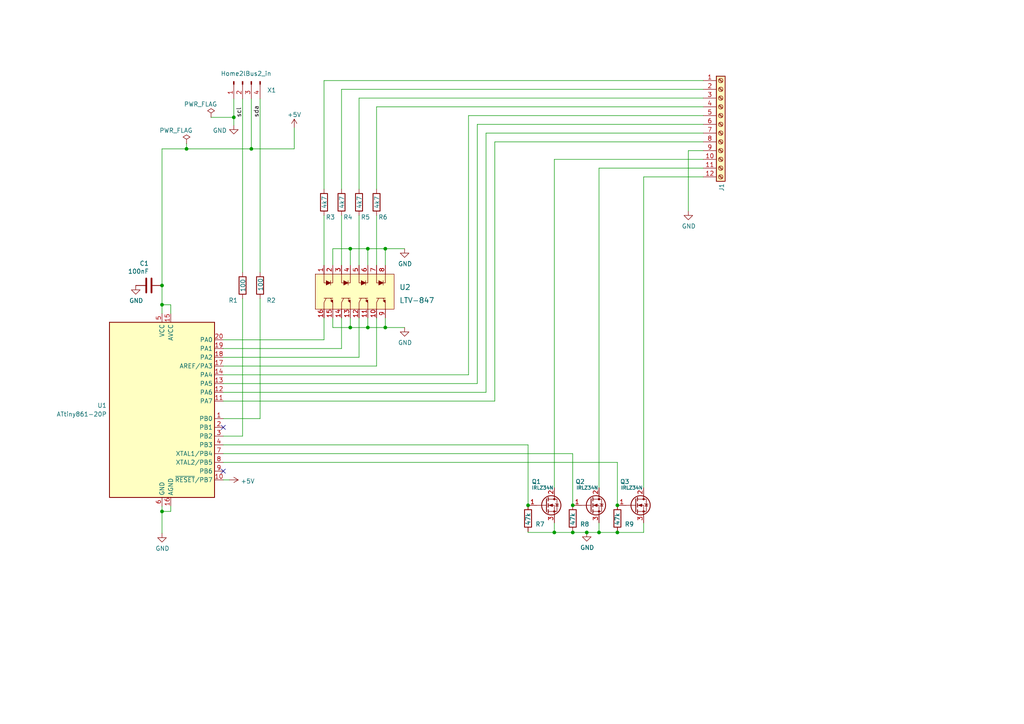
<source format=kicad_sch>
(kicad_sch (version 20231120) (generator "eeschema") (generator_version "8.0")
  (paper "A4")
  (title_block (title "home2l MiniLight") (date "2022-07-31") (rev "1.2") (company "axel.rau@chaos1.de") (comment 1 "Design based on https://github.com/gkiefer/home2l/tree/master/brownies/circuits") (comment 2 "The home2l Project: https://github.com/gkiefer/home2l") (comment 3 "This project: https://github.com/mc3/home2l") (comment 4 "Tiny Room Light Control Board suited for Spelsberg connection box Q 4-L (33490401)"))
  (lib_symbols
    (symbol "Connector:Conn_01x04_Male" (pin_names (offset 1.016) hide)
      (property "Reference" "J" (at 0 5.08 0))
      (property "Value" "Conn_01x04_Male" (at 0 -7.62 0))
      (symbol "Conn_01x04_Male_1_1"
        (polyline (pts (xy 1.27 -5.08) (xy 0.8636 -5.08)) (stroke (width 0.1524)))
        (polyline (pts (xy 1.27 -2.54) (xy 0.8636 -2.54)) (stroke (width 0.1524)))
        (polyline (pts (xy 1.27 0) (xy 0.8636 0)) (stroke (width 0.1524)))
        (polyline (pts (xy 1.27 2.54) (xy 0.8636 2.54)) (stroke (width 0.1524)))
        (rectangle (start 0.8636 -4.953) (end 0 -5.207) (stroke (width 0.1524)) (fill (type outline)))
        (rectangle (start 0.8636 -2.413) (end 0 -2.667) (stroke (width 0.1524)) (fill (type outline)))
        (rectangle (start 0.8636 0.127) (end 0 -0.127) (stroke (width 0.1524)) (fill (type outline)))
        (rectangle (start 0.8636 2.667) (end 0 2.413) (stroke (width 0.1524)) (fill (type outline)))
        (pin passive line (at 5.08 2.54 180) (length 3.81) (name "Pin_1") (number "1"))
        (pin passive line (at 5.08 0 180) (length 3.81) (name "Pin_2") (number "2"))
        (pin passive line (at 5.08 -2.54 180) (length 3.81) (name "Pin_3") (number "3"))
        (pin passive line (at 5.08 -5.08 180) (length 3.81) (name "Pin_4") (number "4"))
      )
    )
    (symbol "Connector:Screw_Terminal_01x12" (pin_names (offset 1.016) hide)
      (property "Reference" "J" (at 0 15.24 0))
      (property "Value" "Screw_Terminal_01x12" (at 0 -17.78 0))
      (symbol "Screw_Terminal_01x12_1_1"
        (rectangle (start -1.27 13.97) (end 1.27 -16.51) (stroke (width 0.254)) (fill (type background)))
        (circle (center 0 -15.24) (radius 0.635) (stroke (width 0.1524)))
        (circle (center 0 -12.7) (radius 0.635) (stroke (width 0.1524)))
        (circle (center 0 -10.16) (radius 0.635) (stroke (width 0.1524)))
        (circle (center 0 -7.62) (radius 0.635) (stroke (width 0.1524)))
        (circle (center 0 -5.08) (radius 0.635) (stroke (width 0.1524)))
        (circle (center 0 -2.54) (radius 0.635) (stroke (width 0.1524)))
        (polyline (pts (xy -0.5334 -14.9098) (xy 0.3302 -15.748)) (stroke (width 0.1524)))
        (polyline (pts (xy -0.5334 -12.3698) (xy 0.3302 -13.208)) (stroke (width 0.1524)))
        (polyline (pts (xy -0.5334 -9.8298) (xy 0.3302 -10.668)) (stroke (width 0.1524)))
        (polyline (pts (xy -0.5334 -7.2898) (xy 0.3302 -8.128)) (stroke (width 0.1524)))
        (polyline (pts (xy -0.5334 -4.7498) (xy 0.3302 -5.588)) (stroke (width 0.1524)))
        (polyline (pts (xy -0.5334 -2.2098) (xy 0.3302 -3.048)) (stroke (width 0.1524)))
        (polyline (pts (xy -0.5334 0.3302) (xy 0.3302 -0.508)) (stroke (width 0.1524)))
        (polyline (pts (xy -0.5334 2.8702) (xy 0.3302 2.032)) (stroke (width 0.1524)))
        (polyline (pts (xy -0.5334 5.4102) (xy 0.3302 4.572)) (stroke (width 0.1524)))
        (polyline (pts (xy -0.5334 7.9502) (xy 0.3302 7.112)) (stroke (width 0.1524)))
        (polyline (pts (xy -0.5334 10.4902) (xy 0.3302 9.652)) (stroke (width 0.1524)))
        (polyline (pts (xy -0.5334 13.0302) (xy 0.3302 12.192)) (stroke (width 0.1524)))
        (polyline (pts (xy -0.3556 -14.732) (xy 0.508 -15.5702)) (stroke (width 0.1524)))
        (polyline (pts (xy -0.3556 -12.192) (xy 0.508 -13.0302)) (stroke (width 0.1524)))
        (polyline (pts (xy -0.3556 -9.652) (xy 0.508 -10.4902)) (stroke (width 0.1524)))
        (polyline (pts (xy -0.3556 -7.112) (xy 0.508 -7.9502)) (stroke (width 0.1524)))
        (polyline (pts (xy -0.3556 -4.572) (xy 0.508 -5.4102)) (stroke (width 0.1524)))
        (polyline (pts (xy -0.3556 -2.032) (xy 0.508 -2.8702)) (stroke (width 0.1524)))
        (polyline (pts (xy -0.3556 0.508) (xy 0.508 -0.3302)) (stroke (width 0.1524)))
        (polyline (pts (xy -0.3556 3.048) (xy 0.508 2.2098)) (stroke (width 0.1524)))
        (polyline (pts (xy -0.3556 5.588) (xy 0.508 4.7498)) (stroke (width 0.1524)))
        (polyline (pts (xy -0.3556 8.128) (xy 0.508 7.2898)) (stroke (width 0.1524)))
        (polyline (pts (xy -0.3556 10.668) (xy 0.508 9.8298)) (stroke (width 0.1524)))
        (polyline (pts (xy -0.3556 13.208) (xy 0.508 12.3698)) (stroke (width 0.1524)))
        (circle (center 0 0) (radius 0.635) (stroke (width 0.1524)))
        (circle (center 0 2.54) (radius 0.635) (stroke (width 0.1524)))
        (circle (center 0 5.08) (radius 0.635) (stroke (width 0.1524)))
        (circle (center 0 7.62) (radius 0.635) (stroke (width 0.1524)))
        (circle (center 0 10.16) (radius 0.635) (stroke (width 0.1524)))
        (circle (center 0 12.7) (radius 0.635) (stroke (width 0.1524)))
        (pin passive line (at -5.08 12.7 0) (length 3.81) (name "Pin_1") (number "1"))
        (pin passive line (at -5.08 -10.16 0) (length 3.81) (name "Pin_10") (number "10"))
        (pin passive line (at -5.08 -12.7 0) (length 3.81) (name "Pin_11") (number "11"))
        (pin passive line (at -5.08 -15.24 0) (length 3.81) (name "Pin_12") (number "12"))
        (pin passive line (at -5.08 10.16 0) (length 3.81) (name "Pin_2") (number "2"))
        (pin passive line (at -5.08 7.62 0) (length 3.81) (name "Pin_3") (number "3"))
        (pin passive line (at -5.08 5.08 0) (length 3.81) (name "Pin_4") (number "4"))
        (pin passive line (at -5.08 2.54 0) (length 3.81) (name "Pin_5") (number "5"))
        (pin passive line (at -5.08 0 0) (length 3.81) (name "Pin_6") (number "6"))
        (pin passive line (at -5.08 -2.54 0) (length 3.81) (name "Pin_7") (number "7"))
        (pin passive line (at -5.08 -5.08 0) (length 3.81) (name "Pin_8") (number "8"))
        (pin passive line (at -5.08 -7.62 0) (length 3.81) (name "Pin_9") (number "9"))
      )
    )
    (symbol "Device:C" (pin_numbers hide) (pin_names (offset 0.254))
      (property "Reference" "C" (at 0.635 2.54 0))
      (property "Value" "C" (at 0.635 -2.54 0))
      (symbol "C_0_1"
        (polyline (pts (xy -2.032 -0.762) (xy 2.032 -0.762)) (stroke (width 0.508)))
        (polyline (pts (xy -2.032 0.762) (xy 2.032 0.762)) (stroke (width 0.508)))
      )
      (symbol "C_1_1"
        (pin passive line (at 0 3.81 270) (length 2.794) (name "~") (number "1"))
        (pin passive line (at 0 -3.81 90) (length 2.794) (name "~") (number "2"))
      )
    )
    (symbol "Device:R" (pin_numbers hide) (pin_names (offset 0))
      (property "Reference" "R" (at 2.032 0 90))
      (property "Value" "R" (at 0 0 90))
      (symbol "R_0_1"
        (rectangle (start -1.016 -2.54) (end 1.016 2.54) (stroke (width 0.254)))
      )
      (symbol "R_1_1"
        (pin passive line (at 0 3.81 270) (length 1.27) (name "~") (number "1"))
        (pin passive line (at 0 -3.81 90) (length 1.27) (name "~") (number "2"))
      )
    )
    (symbol "MCU_Microchip_ATtiny:ATtiny861-20P"
      (property "Reference" "U" (at -15.24 26.67 0))
      (property "Value" "ATtiny861-20P" (at 5.08 -26.67 0))
      (symbol "ATtiny861-20P_0_1"
        (rectangle (start -15.24 -25.4) (end 15.24 25.4) (stroke (width 0.254)) (fill (type background)))
      )
      (symbol "ATtiny861-20P_1_1"
        (pin bidirectional line (at 17.78 -2.54 180) (length 2.54) (name "PB0") (number "1"))
        (pin bidirectional line (at 17.78 -20.32 180) (length 2.54) (name "~{RESET}/PB7") (number "10"))
        (pin bidirectional line (at 17.78 2.54 180) (length 2.54) (name "PA7") (number "11"))
        (pin bidirectional line (at 17.78 5.08 180) (length 2.54) (name "PA6") (number "12"))
        (pin bidirectional line (at 17.78 7.62 180) (length 2.54) (name "PA5") (number "13"))
        (pin bidirectional line (at 17.78 10.16 180) (length 2.54) (name "PA4") (number "14"))
        (pin power_in line (at 2.54 27.94 270) (length 2.54) (name "AVCC") (number "15"))
        (pin power_in line (at 2.54 -27.94 90) (length 2.54) (name "AGND") (number "16"))
        (pin bidirectional line (at 17.78 12.7 180) (length 2.54) (name "AREF/PA3") (number "17"))
        (pin bidirectional line (at 17.78 15.24 180) (length 2.54) (name "PA2") (number "18"))
        (pin bidirectional line (at 17.78 17.78 180) (length 2.54) (name "PA1") (number "19"))
        (pin bidirectional line (at 17.78 -5.08 180) (length 2.54) (name "PB1") (number "2"))
        (pin bidirectional line (at 17.78 20.32 180) (length 2.54) (name "PA0") (number "20"))
        (pin bidirectional line (at 17.78 -7.62 180) (length 2.54) (name "PB2") (number "3"))
        (pin bidirectional line (at 17.78 -10.16 180) (length 2.54) (name "PB3") (number "4"))
        (pin power_in line (at 0 27.94 270) (length 2.54) (name "VCC") (number "5"))
        (pin power_in line (at 0 -27.94 90) (length 2.54) (name "GND") (number "6"))
        (pin bidirectional line (at 17.78 -12.7 180) (length 2.54) (name "XTAL1/PB4") (number "7"))
        (pin bidirectional line (at 17.78 -15.24 180) (length 2.54) (name "XTAL2/PB5") (number "8"))
        (pin bidirectional line (at 17.78 -17.78 180) (length 2.54) (name "PB6") (number "9"))
      )
    )
    (symbol "Transistor_FET:IRLZ34N" (pin_names hide)
      (property "Reference" "Q" (at 6.35 1.905 0))
      (property "Value" "IRLZ34N" (at 6.35 0 0))
      (symbol "IRLZ34N_0_1"
        (polyline (pts (xy 0.254 0) (xy -2.54 0)))
        (polyline (pts (xy 0.254 1.905) (xy 0.254 -1.905)) (stroke (width 0.254)))
        (polyline (pts (xy 0.762 -1.27) (xy 0.762 -2.286)) (stroke (width 0.254)))
        (polyline (pts (xy 0.762 0.508) (xy 0.762 -0.508)) (stroke (width 0.254)))
        (polyline (pts (xy 0.762 2.286) (xy 0.762 1.27)) (stroke (width 0.254)))
        (polyline (pts (xy 2.54 2.54) (xy 2.54 1.778)))
        (polyline (pts (xy 2.54 -2.54) (xy 2.54 0) (xy 0.762 0)))
        (polyline (pts (xy 0.762 -1.778) (xy 3.302 -1.778) (xy 3.302 1.778) (xy 0.762 1.778)))
        (polyline (pts (xy 1.016 0) (xy 2.032 0.381) (xy 2.032 -0.381) (xy 1.016 0)) (fill (type outline)))
        (polyline (pts (xy 2.794 0.508) (xy 2.921 0.381) (xy 3.683 0.381) (xy 3.81 0.254)))
        (polyline (pts (xy 3.302 0.381) (xy 2.921 -0.254) (xy 3.683 -0.254) (xy 3.302 0.381)))
        (circle (center 1.651 0) (radius 2.794) (stroke (width 0.254)))
        (circle (center 2.54 -1.778) (radius 0.254) (fill (type outline)))
        (circle (center 2.54 1.778) (radius 0.254) (fill (type outline)))
      )
      (symbol "IRLZ34N_1_1"
        (pin input line (at -5.08 0 0) (length 2.54) (name "G") (number "1"))
        (pin passive line (at 2.54 5.08 270) (length 2.54) (name "D") (number "2"))
        (pin passive line (at 2.54 -5.08 90) (length 2.54) (name "S") (number "3"))
      )
    )
    (symbol "dk_Optoisolators-Transistor-Photovoltaic-Output:LTV-847" (pin_names (offset 1.016))
      (property "Reference" "U" (at 0 11.43 0))
      (property "Value" "LTV-847" (at 0 -14.605 0))
      (symbol "LTV-847_0_1"
        (rectangle (start -5.08 10.16) (end 5.08 -12.7) (fill (type background)))
        (polyline (pts (xy -3.175 -9.525) (xy -1.905 -9.525)))
        (polyline (pts (xy -3.175 -4.445) (xy -1.905 -4.445)))
        (polyline (pts (xy -3.175 0.635) (xy -1.905 0.635)))
        (polyline (pts (xy -3.175 5.715) (xy -1.905 5.715)))
        (polyline (pts (xy 1.905 -7.62) (xy 1.905 -10.16)))
        (polyline (pts (xy 1.905 -2.54) (xy 1.905 -5.08)))
        (polyline (pts (xy 1.905 2.54) (xy 1.905 0)))
        (polyline (pts (xy 1.905 7.62) (xy 1.905 5.08)))
        (polyline (pts (xy -5.08 -10.16) (xy -2.54 -10.16) (xy -2.54 -9.525)))
        (polyline (pts (xy -5.08 -7.62) (xy -2.54 -7.62) (xy -2.54 -8.255)))
        (polyline (pts (xy -5.08 -5.08) (xy -2.54 -5.08) (xy -2.54 -4.445)))
        (polyline (pts (xy -5.08 -2.54) (xy -2.54 -2.54) (xy -2.54 -3.175)))
        (polyline (pts (xy -5.08 0) (xy -2.54 0) (xy -2.54 0.635)))
        (polyline (pts (xy -5.08 2.54) (xy -2.54 2.54) (xy -2.54 1.905)))
        (polyline (pts (xy -5.08 5.08) (xy -2.54 5.08) (xy -2.54 5.715)))
        (polyline (pts (xy -5.08 7.62) (xy -2.54 7.62) (xy -2.54 6.985)))
        (polyline (pts (xy 1.905 -9.525) (xy 3.175 -10.16) (xy 5.08 -10.16)))
        (polyline (pts (xy 1.905 -8.255) (xy 3.175 -7.62) (xy 5.08 -7.62)))
        (polyline (pts (xy 1.905 -4.445) (xy 3.175 -5.08) (xy 5.08 -5.08)))
        (polyline (pts (xy 1.905 -3.175) (xy 3.175 -2.54) (xy 5.08 -2.54)))
        (polyline (pts (xy 1.905 0.635) (xy 3.175 0) (xy 5.08 0)))
        (polyline (pts (xy 1.905 1.905) (xy 3.175 2.54) (xy 5.08 2.54)))
        (polyline (pts (xy 1.905 5.715) (xy 3.175 5.08) (xy 5.08 5.08)))
        (polyline (pts (xy 1.905 6.985) (xy 3.175 7.62) (xy 5.08 7.62)))
        (polyline (pts (xy -3.175 -8.255) (xy -1.905 -8.255) (xy -2.54 -9.525) (xy -3.175 -8.255)) (fill (type outline)))
        (polyline (pts (xy -3.175 -3.175) (xy -1.905 -3.175) (xy -2.54 -4.445) (xy -3.175 -3.175)) (fill (type outline)))
        (polyline (pts (xy -3.175 1.905) (xy -1.905 1.905) (xy -2.54 0.635) (xy -3.175 1.905)) (fill (type outline)))
        (polyline (pts (xy -3.175 6.985) (xy -1.905 6.985) (xy -2.54 5.715) (xy -3.175 6.985)) (fill (type outline)))
        (polyline (pts (xy 3.175 -10.16) (xy 2.667 -9.525) (xy 2.413 -10.16) (xy 3.175 -10.16)) (fill (type outline)))
        (polyline (pts (xy 3.175 -5.08) (xy 2.667 -4.445) (xy 2.413 -5.08) (xy 3.175 -5.08)) (fill (type outline)))
        (polyline (pts (xy 3.175 0) (xy 2.667 0.635) (xy 2.413 0) (xy 3.175 0)) (fill (type outline)))
        (polyline (pts (xy 3.175 5.08) (xy 2.667 5.715) (xy 2.413 5.08) (xy 3.175 5.08)) (fill (type outline)))
      )
      (symbol "LTV-847_1_1"
        (pin passive line (at -7.62 7.62 0) (length 2.54) (name "~") (number "1"))
        (pin passive line (at 7.62 -7.62 180) (length 2.54) (name "~") (number "10"))
        (pin passive line (at 7.62 -5.08 180) (length 2.54) (name "~") (number "11"))
        (pin passive line (at 7.62 -2.54 180) (length 2.54) (name "~") (number "12"))
        (pin passive line (at 7.62 0 180) (length 2.54) (name "~") (number "13"))
        (pin passive line (at 7.62 2.54 180) (length 2.54) (name "~") (number "14"))
        (pin passive line (at 7.62 5.08 180) (length 2.54) (name "~") (number "15"))
        (pin passive line (at 7.62 7.62 180) (length 2.54) (name "~") (number "16"))
        (pin passive line (at -7.62 5.08 0) (length 2.54) (name "~") (number "2"))
        (pin passive line (at -7.62 2.54 0) (length 2.54) (name "~") (number "3"))
        (pin passive line (at -7.62 0 0) (length 2.54) (name "~") (number "4"))
        (pin passive line (at -7.62 -2.54 0) (length 2.54) (name "~") (number "5"))
        (pin passive line (at -7.62 -5.08 0) (length 2.54) (name "~") (number "6"))
        (pin passive line (at -7.62 -7.62 0) (length 2.54) (name "~") (number "7"))
        (pin passive line (at -7.62 -10.16 0) (length 2.54) (name "~") (number "8"))
        (pin passive line (at 7.62 -10.16 180) (length 2.54) (name "~") (number "9"))
      )
    )
    (symbol "power:+5V" (power) (pin_names (offset 0))
      (property "Value" "+5V" (at 0 3.556 0))
      (symbol "+5V_0_1"
        (polyline (pts (xy -0.762 1.27) (xy 0 2.54)))
        (polyline (pts (xy 0 0) (xy 0 2.54)))
        (polyline (pts (xy 0 2.54) (xy 0.762 1.27)))
      )
      (symbol "+5V_1_1"
        (pin power_in line (at 0 0 90) (length 0) hide (name "+5V") (number "1"))
      )
    )
    (symbol "power:GND" (power) (pin_names (offset 0))
      (property "Value" "GND" (at 0 -3.81 0))
      (symbol "GND_0_1"
        (polyline (pts (xy 0 0) (xy 0 -1.27) (xy 1.27 -1.27) (xy 0 -2.54) (xy -1.27 -1.27) (xy 0 -1.27)))
      )
      (symbol "GND_1_1"
        (pin power_in line (at 0 0 270) (length 0) hide (name "GND") (number "1"))
      )
    )
    (symbol "power:PWR_FLAG" (power) (pin_numbers hide) (pin_names (offset 0) hide)
      (property "Value" "PWR_FLAG" (at 0 3.81 0))
      (symbol "PWR_FLAG_0_0"
        (pin power_out line (at 0 0 90) (length 0) (name "pwr") (number "1"))
      )
      (symbol "PWR_FLAG_0_1"
        (polyline (pts (xy 0 0) (xy 0 1.27) (xy -1.016 1.905) (xy 0 2.54) (xy 1.016 1.905) (xy 0 1.27)))
      )
    )
  )
  (junction (at 179.07 154.432))
  (junction (at 72.898 43.18))
  (junction (at 166.116 154.432))
  (junction (at 46.99 82.804))
  (junction (at 101.6 72.136))
  (junction (at 46.99 148.336))
  (junction (at 166.116 146.558))
  (junction (at 153.162 146.558))
  (junction (at 111.76 94.996))
  (junction (at 46.99 88.392))
  (junction (at 160.782 154.432))
  (junction (at 111.76 72.136))
  (junction (at 179.07 146.558))
  (junction (at 170.18 154.432))
  (junction (at 101.6 94.996))
  (junction (at 173.736 154.432))
  (junction (at 106.68 94.996))
  (junction (at 67.818 34.036))
  (junction (at 54.102 43.18))
  (junction (at 106.68 72.136))
  (no_connect (at 64.77 123.952))
  (no_connect (at 64.77 136.652))
  (wire (pts (xy 99.06 62.484) (xy 99.06 76.962)))
  (wire (pts (xy 173.736 154.432) (xy 179.07 154.432)))
  (wire (pts (xy 99.06 101.092) (xy 99.06 92.202)))
  (wire (pts (xy 203.962 41.148) (xy 143.51 41.148)))
  (wire (pts (xy 67.818 28.702) (xy 67.818 34.036)))
  (wire (pts (xy 72.898 28.702) (xy 72.898 43.18)))
  (wire (pts (xy 64.77 126.492) (xy 70.358 126.492)))
  (wire (pts (xy 203.962 33.528) (xy 135.89 33.528)))
  (wire (pts (xy 140.97 38.608) (xy 140.97 113.792)))
  (wire (pts (xy 93.98 76.962) (xy 93.98 62.484)))
  (wire (pts (xy 186.69 51.308) (xy 203.962 51.308)))
  (wire (pts (xy 111.76 72.136) (xy 111.76 76.962)))
  (wire (pts (xy 54.102 43.18) (xy 72.898 43.18)))
  (wire (pts (xy 85.344 43.18) (xy 85.344 37.084)))
  (wire (pts (xy 143.51 41.148) (xy 143.51 116.332)))
  (wire (pts (xy 179.07 154.432) (xy 186.69 154.432)))
  (wire (pts (xy 203.962 38.608) (xy 140.97 38.608)))
  (wire (pts (xy 186.69 141.478) (xy 186.69 51.308)))
  (wire (pts (xy 166.116 131.572) (xy 166.116 146.558)))
  (wire (pts (xy 166.116 154.432) (xy 170.18 154.432)))
  (wire (pts (xy 106.68 72.136) (xy 106.68 76.962)))
  (wire (pts (xy 104.14 62.484) (xy 104.14 76.962)))
  (wire (pts (xy 160.782 151.638) (xy 160.782 154.432)))
  (wire (pts (xy 64.77 103.632) (xy 104.14 103.632)))
  (wire (pts (xy 160.782 46.228) (xy 160.782 141.478)))
  (wire (pts (xy 109.22 30.988) (xy 109.22 54.864)))
  (wire (pts (xy 153.162 154.432) (xy 153.162 154.178)))
  (wire (pts (xy 203.962 30.988) (xy 109.22 30.988)))
  (wire (pts (xy 64.77 108.712) (xy 135.89 108.712)))
  (wire (pts (xy 179.07 134.112) (xy 179.07 146.558)))
  (wire (pts (xy 75.438 121.412) (xy 64.77 121.412)))
  (wire (pts (xy 54.102 43.18) (xy 54.102 41.656)))
  (wire (pts (xy 72.898 43.18) (xy 85.344 43.18)))
  (wire (pts (xy 46.99 146.812) (xy 46.99 148.336)))
  (wire (pts (xy 153.162 129.032) (xy 153.162 146.558)))
  (wire (pts (xy 61.214 34.036) (xy 67.818 34.036)))
  (wire (pts (xy 135.89 33.528) (xy 135.89 108.712)))
  (wire (pts (xy 66.548 139.192) (xy 64.77 139.192)))
  (wire (pts (xy 93.98 98.552) (xy 93.98 92.202)))
  (wire (pts (xy 117.348 94.996) (xy 111.76 94.996)))
  (wire (pts (xy 173.736 48.768) (xy 203.962 48.768)))
  (wire (pts (xy 49.53 90.932) (xy 49.53 88.392)))
  (wire (pts (xy 64.77 106.172) (xy 109.22 106.172)))
  (wire (pts (xy 101.6 72.136) (xy 106.68 72.136)))
  (wire (pts (xy 93.98 23.368) (xy 93.98 54.864)))
  (wire (pts (xy 46.99 43.18) (xy 54.102 43.18)))
  (wire (pts (xy 46.99 82.804) (xy 46.99 88.392)))
  (wire (pts (xy 101.6 94.996) (xy 96.52 94.996)))
  (wire (pts (xy 173.736 141.478) (xy 173.736 48.768)))
  (wire (pts (xy 109.22 62.484) (xy 109.22 76.962)))
  (wire (pts (xy 138.43 36.068) (xy 138.43 111.252)))
  (wire (pts (xy 203.962 36.068) (xy 138.43 36.068)))
  (wire (pts (xy 111.76 72.136) (xy 117.348 72.136)))
  (wire (pts (xy 199.644 61.214) (xy 199.644 43.688)))
  (wire (pts (xy 104.14 28.448) (xy 104.14 54.864)))
  (wire (pts (xy 106.68 92.202) (xy 106.68 94.996)))
  (wire (pts (xy 64.77 129.032) (xy 153.162 129.032)))
  (wire (pts (xy 170.18 154.432) (xy 173.736 154.432)))
  (wire (pts (xy 75.438 86.614) (xy 75.438 121.412)))
  (wire (pts (xy 64.77 131.572) (xy 166.116 131.572)))
  (wire (pts (xy 199.644 43.688) (xy 203.962 43.688)))
  (wire (pts (xy 106.68 72.136) (xy 111.76 72.136)))
  (wire (pts (xy 104.14 103.632) (xy 104.14 92.202)))
  (wire (pts (xy 153.162 154.432) (xy 160.782 154.432)))
  (wire (pts (xy 203.962 46.228) (xy 160.782 46.228)))
  (wire (pts (xy 111.76 92.202) (xy 111.76 94.996)))
  (wire (pts (xy 64.77 111.252) (xy 138.43 111.252)))
  (wire (pts (xy 64.77 134.112) (xy 179.07 134.112)))
  (wire (pts (xy 179.07 154.432) (xy 179.07 154.178)))
  (wire (pts (xy 75.438 28.702) (xy 75.438 78.994)))
  (wire (pts (xy 46.99 88.392) (xy 46.99 90.932)))
  (wire (pts (xy 46.99 148.336) (xy 46.99 154.686)))
  (wire (pts (xy 67.818 34.036) (xy 67.818 36.322)))
  (wire (pts (xy 101.6 72.136) (xy 101.6 76.962)))
  (wire (pts (xy 99.06 25.908) (xy 99.06 54.864)))
  (wire (pts (xy 109.22 106.172) (xy 109.22 92.202)))
  (wire (pts (xy 46.99 43.18) (xy 46.99 82.804)))
  (wire (pts (xy 166.116 154.178) (xy 166.116 154.432)))
  (wire (pts (xy 106.68 94.996) (xy 101.6 94.996)))
  (wire (pts (xy 96.52 76.962) (xy 96.52 72.136)))
  (wire (pts (xy 203.962 28.448) (xy 104.14 28.448)))
  (wire (pts (xy 70.358 28.702) (xy 70.358 78.994)))
  (wire (pts (xy 96.52 94.996) (xy 96.52 92.202)))
  (wire (pts (xy 203.962 25.908) (xy 99.06 25.908)))
  (wire (pts (xy 64.77 101.092) (xy 99.06 101.092)))
  (wire (pts (xy 64.77 113.792) (xy 140.97 113.792)))
  (wire (pts (xy 70.358 86.614) (xy 70.358 126.492)))
  (wire (pts (xy 46.99 88.392) (xy 49.53 88.392)))
  (wire (pts (xy 64.77 98.552) (xy 93.98 98.552)))
  (wire (pts (xy 64.77 116.332) (xy 143.51 116.332)))
  (wire (pts (xy 203.962 23.368) (xy 93.98 23.368)))
  (wire (pts (xy 46.99 148.336) (xy 49.53 148.336)))
  (wire (pts (xy 160.782 154.432) (xy 166.116 154.432)))
  (wire (pts (xy 101.6 92.202) (xy 101.6 94.996)))
  (wire (pts (xy 186.69 151.638) (xy 186.69 154.432)))
  (wire (pts (xy 96.52 72.136) (xy 101.6 72.136)))
  (wire (pts (xy 49.53 146.812) (xy 49.53 148.336)))
  (wire (pts (xy 173.736 151.638) (xy 173.736 154.432)))
  (wire (pts (xy 111.76 94.996) (xy 106.68 94.996)))
  (label "sda" (at 75.438 34.036 90))
  (label "scl" (at 70.358 34.036 90))
  (symbol (lib_id "Device:R") (at 70.358 82.804 180) (unit 1)
    (property "Reference" "R1" (at 67.6402 87.122 0))
    (property "Value" "100" (at 70.4596 82.804 90))
    (property "Footprint" "Resistor_THT:R_Axial_DIN0204_L3.6mm_D1.6mm_P7.62mm_Horizontal" (effects (hide yes)))
  )
  (symbol (lib_id "Device:R") (at 75.438 82.804 180) (unit 1)
    (property "Reference" "R2" (at 78.6638 87.122 0))
    (property "Value" "100" (at 75.5904 82.55 90))
    (property "Footprint" "Resistor_THT:R_Axial_DIN0204_L3.6mm_D1.6mm_P7.62mm_Horizontal" (effects (hide yes)))
  )
  (symbol (lib_id "dk_Optoisolators-Transistor-Photovoltaic-Output:LTV-847") (at 101.6 84.582 90) (mirror x) (unit 1)
    (property "Reference" "U2" (at 115.824 83.312 90) (effects (font (size 1.524 1.524)) (justify right)))
    (property "Value" "LTV-847" (at 115.824 87.122 90) (effects (font (size 1.524 1.524)) (justify right)))
    (property "Footprint" "Package_DIP:DIP-16_W7.62mm" (effects (hide yes)))
    (property "Datasheet" "https://media.digikey.com/pdf/Data%20Sheets/Lite-On%20PDFs/LTV-817_827_847(M,S,S_TA1).pdf" (effects (hide yes)))
    (property "Digi-Key_PN" "160-1370-5-ND" (effects (hide yes)))
    (property "MPN" "LTV-847" (effects (hide yes)))
    (property "Category" "Isolators" (effects (hide yes)))
    (property "Family" "Optoisolators - Transistor, Photovoltaic Output" (effects (hide yes)))
    (property "DK_Datasheet_Link" "https://media.digikey.com/pdf/Data%20Sheets/Lite-On%20PDFs/LTV-817_827_847(M,S,S_TA1).pdf" (effects (hide yes)))
    (property "DK_Detail_Page" "/product-detail/en/lite-on-inc/LTV-847/160-1370-5-ND/385840" (effects (hide yes)))
    (property "Description" "OPTOISOLTR 5KV 4CH TRANS 16-DIP" (effects (hide yes)))
    (property "Manufacturer" "Lite-On Inc." (effects (hide yes)))
    (property "Status" "Active" (effects (hide yes)))
  )
  (symbol (lib_id "power:GND") (at 46.99 154.686 0) (unit 1)
    (property "Reference" "#PWR02" (effects (hide yes)))
    (property "Value" "GND" (at 47.117 159.0802 0))
  )
  (symbol (lib_id "power:GND") (at 199.644 61.214 0) (unit 1)
    (property "Reference" "#PWR09" (effects (hide yes)))
    (property "Value" "GND" (at 199.771 65.6082 0))
  )
  (symbol (lib_id "Device:R") (at 99.06 58.674 0) (unit 1)
    (property "Reference" "R4" (at 100.9142 62.992 0))
    (property "Value" "4k7" (at 99.1616 58.674 90))
    (property "Footprint" "Resistor_THT:R_Axial_DIN0204_L3.6mm_D1.6mm_P7.62mm_Horizontal" (effects (hide yes)))
  )
  (symbol (lib_id "power:GND") (at 67.818 36.322 0) (unit 1)
    (property "Reference" "#PWR04" (effects (hide yes)))
    (property "Value" "GND" (at 63.754 37.846 0))
  )
  (symbol (lib_id "Device:R") (at 166.116 150.368 180) (unit 1)
    (property "Reference" "R8" (at 170.942 152.0444 0) (effects (justify left)))
    (property "Value" "47k" (at 166.116 148.717 90) (effects (justify left)))
    (property "Footprint" "Resistor_THT:R_Axial_DIN0204_L3.6mm_D1.6mm_P7.62mm_Horizontal" (effects (hide yes)))
  )
  (symbol (lib_id "Device:R") (at 179.07 150.368 180) (unit 1)
    (property "Reference" "R9" (at 183.896 152.0444 0) (effects (justify left)))
    (property "Value" "47k" (at 179.07 148.717 90) (effects (justify left)))
    (property "Footprint" "Resistor_THT:R_Axial_DIN0204_L3.6mm_D1.6mm_P7.62mm_Horizontal" (effects (hide yes)))
  )
  (symbol (lib_id "power:+5V") (at 85.344 37.084 0) (unit 1)
    (property "Reference" "#PWR05" (effects (hide yes)))
    (property "Value" "+5V" (at 85.344 33.274 0))
  )
  (symbol (lib_id "Device:C") (at 43.18 82.804 270) (unit 1)
    (property "Reference" "C1" (at 43.18 76.4032 90) (effects (justify right)))
    (property "Value" "100nF" (at 43.18 78.7146 90) (effects (justify right)))
    (property "Footprint" "Capacitor_THT:C_Disc_D4.3mm_W1.9mm_P5.00mm" (effects (hide yes)))
  )
  (symbol (lib_id "power:+5V") (at 66.548 139.192 270) (unit 1)
    (property "Reference" "#PWR03" (effects (hide yes)))
    (property "Value" "+5V" (at 69.7992 139.573 90) (effects (justify left)))
  )
  (symbol (lib_id "Transistor_FET:IRLZ34N") (at 171.196 146.558 0) (unit 1)
    (property "Reference" "Q2" (at 166.878 139.6999 0) (effects (justify left)))
    (property "Value" "IRLZ34N" (at 167.132 141.4779 0) (effects (font (size 1 1)) (justify left)))
    (property "Footprint" "Package_TO_SOT_THT:TO-220-3_Vertical" (effects (hide yes)))
    (property "Datasheet" "http://www.infineon.com/dgdl/irlz34npbf.pdf?fileId=5546d462533600a40153567206892720" (effects (hide yes)))
  )
  (symbol (lib_id "Connector:Screw_Terminal_01x12") (at 209.042 36.068 0) (unit 1)
    (property "Reference" "J1" (at 209.296 54.356 90))
    (property "Value" " " (at 209.042 64.77 90))
    (property "Footprint" "TerminalBlock_Phoenix:TerminalBlock_Phoenix_MPT-0,5-12-2.54_1x12_P2.54mm_Horizontal" (effects (hide yes)))
  )
  (symbol (lib_id "Device:R") (at 104.14 58.674 0) (unit 1)
    (property "Reference" "R5" (at 105.9942 62.992 0))
    (property "Value" "4k7" (at 104.2416 58.674 90))
    (property "Footprint" "Resistor_THT:R_Axial_DIN0204_L3.6mm_D1.6mm_P7.62mm_Horizontal" (effects (hide yes)))
  )
  (symbol (lib_id "Transistor_FET:IRLZ34N") (at 158.242 146.558 0) (unit 1)
    (property "Reference" "Q1" (at 154.178 139.6999 0) (effects (justify left)))
    (property "Value" "IRLZ34N" (at 154.178 141.4779 0) (effects (font (size 1 1)) (justify left)))
    (property "Footprint" "Package_TO_SOT_THT:TO-220-3_Vertical" (effects (hide yes)))
    (property "Datasheet" "http://www.infineon.com/dgdl/irlz34npbf.pdf?fileId=5546d462533600a40153567206892720" (effects (hide yes)))
  )
  (symbol (lib_id "Device:R") (at 153.162 150.368 180) (unit 1)
    (property "Reference" "R7" (at 157.988 152.0444 0) (effects (justify left)))
    (property "Value" "47k" (at 153.162 148.717 90) (effects (justify left)))
    (property "Footprint" "Resistor_THT:R_Axial_DIN0204_L3.6mm_D1.6mm_P7.62mm_Horizontal" (effects (hide yes)))
  )
  (symbol (lib_id "power:PWR_FLAG") (at 61.214 34.036 0) (unit 1)
    (property "Reference" "#FLG02" (effects (hide yes)))
    (property "Value" "PWR_FLAG" (at 58.166 30.226 0))
  )
  (symbol (lib_id "MCU_Microchip_ATtiny:ATtiny861-20P") (at 46.99 118.872 0) (unit 1)
    (property "Reference" "U1" (at 30.988 117.6019 0) (effects (justify right)))
    (property "Value" "ATtiny861-20P" (at 30.988 120.1419 0) (effects (justify right)))
    (property "Footprint" "Package_DIP:DIP-20_W7.62mm" (effects (hide yes)))
    (property "Datasheet" "http://ww1.microchip.com/downloads/en/DeviceDoc/atmel-2588-8-bit-avr-microcontrollers-tinyavr-attiny261-attiny461-attiny861_datasheet.pdf" (effects (hide yes)))
  )
  (symbol (lib_id "power:GND") (at 117.348 94.996 0) (unit 1)
    (property "Reference" "#PWR07" (effects (hide yes)))
    (property "Value" "GND" (at 117.475 99.3902 0))
  )
  (symbol (lib_id "Connector:Conn_01x04_Male") (at 70.358 23.622 90) (mirror x) (unit 1)
    (property "Reference" "X1" (at 77.47 26.1621 90) (effects (justify right)))
    (property "Value" "Home2lBus2_in" (at 64.008 21.3361 90) (effects (justify right)))
    (property "Footprint" "Library:PinHeader_1x04_P2.54mm_Vertical" (effects (hide yes)))
  )
  (symbol (lib_id "Device:R") (at 93.98 58.674 0) (unit 1)
    (property "Reference" "R3" (at 95.8342 62.992 0))
    (property "Value" "4k7" (at 94.0816 58.674 90))
    (property "Footprint" "Resistor_THT:R_Axial_DIN0204_L3.6mm_D1.6mm_P7.62mm_Horizontal" (effects (hide yes)))
  )
  (symbol (lib_id "Device:R") (at 109.22 58.674 0) (unit 1)
    (property "Reference" "R6" (at 111.0742 62.992 0))
    (property "Value" "4k7" (at 109.3216 58.674 90))
    (property "Footprint" "Resistor_THT:R_Axial_DIN0204_L3.6mm_D1.6mm_P7.62mm_Horizontal" (effects (hide yes)))
  )
  (symbol (lib_id "power:GND") (at 117.348 72.136 0) (unit 1)
    (property "Reference" "#PWR06" (effects (hide yes)))
    (property "Value" "GND" (at 117.475 76.5302 0))
  )
  (symbol (lib_id "power:GND") (at 170.18 154.432 0) (unit 1)
    (property "Reference" "#PWR08" (effects (hide yes)))
    (property "Value" "GND" (at 170.307 158.8262 0))
  )
  (symbol (lib_id "power:PWR_FLAG") (at 54.102 41.656 0) (unit 1)
    (property "Reference" "#FLG01" (effects (hide yes)))
    (property "Value" "PWR_FLAG" (at 51.054 37.846 0))
  )
  (symbol (lib_id "power:GND") (at 39.37 82.804 0) (unit 1)
    (property "Reference" "#PWR01" (effects (hide yes)))
    (property "Value" "GND" (at 39.497 87.1982 0))
  )
  (symbol (lib_id "Transistor_FET:IRLZ34N") (at 184.15 146.558 0) (unit 1)
    (property "Reference" "Q3" (at 179.832 139.6999 0) (effects (justify left)))
    (property "Value" "IRLZ34N" (at 180.086 141.4779 0) (effects (font (size 1 1)) (justify left)))
    (property "Footprint" "Package_TO_SOT_THT:TO-220-3_Vertical" (effects (hide yes)))
    (property "Datasheet" "http://www.infineon.com/dgdl/irlz34npbf.pdf?fileId=5546d462533600a40153567206892720" (effects (hide yes)))
  )
)
</source>
